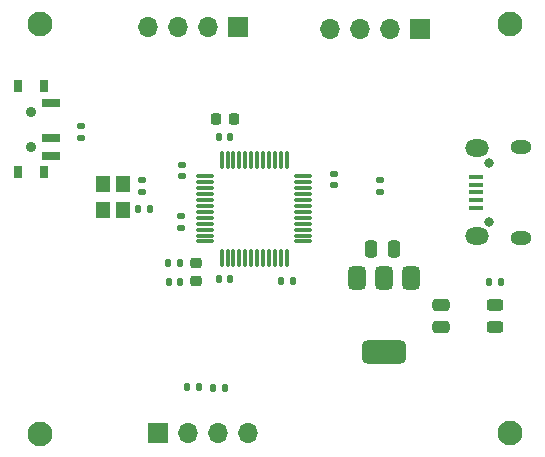
<source format=gbr>
%TF.GenerationSoftware,KiCad,Pcbnew,8.0.8*%
%TF.CreationDate,2025-03-31T20:29:26+08:00*%
%TF.ProjectId,1,312e6b69-6361-4645-9f70-636258585858,rev?*%
%TF.SameCoordinates,Original*%
%TF.FileFunction,Soldermask,Top*%
%TF.FilePolarity,Negative*%
%FSLAX46Y46*%
G04 Gerber Fmt 4.6, Leading zero omitted, Abs format (unit mm)*
G04 Created by KiCad (PCBNEW 8.0.8) date 2025-03-31 20:29:26*
%MOMM*%
%LPD*%
G01*
G04 APERTURE LIST*
G04 Aperture macros list*
%AMRoundRect*
0 Rectangle with rounded corners*
0 $1 Rounding radius*
0 $2 $3 $4 $5 $6 $7 $8 $9 X,Y pos of 4 corners*
0 Add a 4 corners polygon primitive as box body*
4,1,4,$2,$3,$4,$5,$6,$7,$8,$9,$2,$3,0*
0 Add four circle primitives for the rounded corners*
1,1,$1+$1,$2,$3*
1,1,$1+$1,$4,$5*
1,1,$1+$1,$6,$7*
1,1,$1+$1,$8,$9*
0 Add four rect primitives between the rounded corners*
20,1,$1+$1,$2,$3,$4,$5,0*
20,1,$1+$1,$4,$5,$6,$7,0*
20,1,$1+$1,$6,$7,$8,$9,0*
20,1,$1+$1,$8,$9,$2,$3,0*%
G04 Aperture macros list end*
%ADD10R,1.200000X1.400000*%
%ADD11RoundRect,0.225000X-0.225000X-0.250000X0.225000X-0.250000X0.225000X0.250000X-0.225000X0.250000X0*%
%ADD12R,1.700000X1.700000*%
%ADD13O,1.700000X1.700000*%
%ADD14RoundRect,0.075000X-0.662500X-0.075000X0.662500X-0.075000X0.662500X0.075000X-0.662500X0.075000X0*%
%ADD15RoundRect,0.075000X-0.075000X-0.662500X0.075000X-0.662500X0.075000X0.662500X-0.075000X0.662500X0*%
%ADD16RoundRect,0.250000X-0.250000X-0.475000X0.250000X-0.475000X0.250000X0.475000X-0.250000X0.475000X0*%
%ADD17RoundRect,0.250000X0.475000X-0.250000X0.475000X0.250000X-0.475000X0.250000X-0.475000X-0.250000X0*%
%ADD18RoundRect,0.140000X-0.170000X0.140000X-0.170000X-0.140000X0.170000X-0.140000X0.170000X0.140000X0*%
%ADD19RoundRect,0.135000X-0.185000X0.135000X-0.185000X-0.135000X0.185000X-0.135000X0.185000X0.135000X0*%
%ADD20RoundRect,0.135000X0.135000X0.185000X-0.135000X0.185000X-0.135000X-0.185000X0.135000X-0.185000X0*%
%ADD21RoundRect,0.140000X0.170000X-0.140000X0.170000X0.140000X-0.170000X0.140000X-0.170000X-0.140000X0*%
%ADD22RoundRect,0.135000X-0.135000X-0.185000X0.135000X-0.185000X0.135000X0.185000X-0.135000X0.185000X0*%
%ADD23RoundRect,0.218750X0.256250X-0.218750X0.256250X0.218750X-0.256250X0.218750X-0.256250X-0.218750X0*%
%ADD24O,0.800000X0.800000*%
%ADD25R,1.300000X0.450000*%
%ADD26O,1.800000X1.150000*%
%ADD27O,2.000000X1.450000*%
%ADD28C,2.100000*%
%ADD29R,0.800000X1.000000*%
%ADD30C,0.900000*%
%ADD31R,1.500000X0.700000*%
%ADD32RoundRect,0.140000X0.140000X0.170000X-0.140000X0.170000X-0.140000X-0.170000X0.140000X-0.170000X0*%
%ADD33RoundRect,0.140000X-0.140000X-0.170000X0.140000X-0.170000X0.140000X0.170000X-0.140000X0.170000X0*%
%ADD34RoundRect,0.243750X-0.456250X0.243750X-0.456250X-0.243750X0.456250X-0.243750X0.456250X0.243750X0*%
%ADD35RoundRect,0.375000X-0.375000X0.625000X-0.375000X-0.625000X0.375000X-0.625000X0.375000X0.625000X0*%
%ADD36RoundRect,0.500000X-1.400000X0.500000X-1.400000X-0.500000X1.400000X-0.500000X1.400000X0.500000X0*%
%ADD37RoundRect,0.135000X0.185000X-0.135000X0.185000X0.135000X-0.185000X0.135000X-0.185000X-0.135000X0*%
G04 APERTURE END LIST*
D10*
%TO.C,Y1*%
X98050000Y-61200000D03*
X98050000Y-63400000D03*
X99750000Y-63400000D03*
X99750000Y-61200000D03*
%TD*%
D11*
%TO.C,C5*%
X107612500Y-55650000D03*
X109162500Y-55650000D03*
%TD*%
D12*
%TO.C,J4*%
X102700000Y-82300000D03*
D13*
X105240000Y-82300000D03*
X107780000Y-82300000D03*
X110320000Y-82300000D03*
%TD*%
D14*
%TO.C,U1*%
X106700000Y-60550000D03*
X106700000Y-61050000D03*
X106700000Y-61550000D03*
X106700000Y-62050000D03*
X106700000Y-62550000D03*
X106700000Y-63050000D03*
X106700000Y-63550000D03*
X106700000Y-64050000D03*
X106700000Y-64550000D03*
X106700000Y-65050000D03*
X106700000Y-65550000D03*
X106700000Y-66050000D03*
D15*
X108112500Y-67462500D03*
X108612500Y-67462500D03*
X109112500Y-67462500D03*
X109612500Y-67462500D03*
X110112500Y-67462500D03*
X110612500Y-67462500D03*
X111112500Y-67462500D03*
X111612500Y-67462500D03*
X112112500Y-67462500D03*
X112612500Y-67462500D03*
X113112500Y-67462500D03*
X113612500Y-67462500D03*
D14*
X115025000Y-66050000D03*
X115025000Y-65550000D03*
X115025000Y-65050000D03*
X115025000Y-64550000D03*
X115025000Y-64050000D03*
X115025000Y-63550000D03*
X115025000Y-63050000D03*
X115025000Y-62550000D03*
X115025000Y-62050000D03*
X115025000Y-61550000D03*
X115025000Y-61050000D03*
X115025000Y-60550000D03*
D15*
X113612500Y-59137500D03*
X113112500Y-59137500D03*
X112612500Y-59137500D03*
X112112500Y-59137500D03*
X111612500Y-59137500D03*
X111112500Y-59137500D03*
X110612500Y-59137500D03*
X110112500Y-59137500D03*
X109612500Y-59137500D03*
X109112500Y-59137500D03*
X108612500Y-59137500D03*
X108112500Y-59137500D03*
%TD*%
D16*
%TO.C,C12*%
X120800000Y-66650000D03*
X122700000Y-66650000D03*
%TD*%
D17*
%TO.C,C13*%
X126700000Y-73300000D03*
X126700000Y-71400000D03*
%TD*%
D18*
%TO.C,C2*%
X117600000Y-60350000D03*
X117600000Y-61310000D03*
%TD*%
D19*
%TO.C,R2*%
X121550000Y-60840000D03*
X121550000Y-61860000D03*
%TD*%
D20*
%TO.C,R4*%
X106200000Y-78400000D03*
X105180000Y-78400000D03*
%TD*%
D21*
%TO.C,C4*%
X104750000Y-60530000D03*
X104750000Y-59570000D03*
%TD*%
D12*
%TO.C,J3*%
X109490000Y-47900000D03*
D13*
X106950000Y-47900000D03*
X104410000Y-47900000D03*
X101870000Y-47900000D03*
%TD*%
D22*
%TO.C,R3*%
X130740000Y-69450000D03*
X131760000Y-69450000D03*
%TD*%
D23*
%TO.C,FB1*%
X105962500Y-69437500D03*
X105962500Y-67862500D03*
%TD*%
D24*
%TO.C,J1*%
X130750000Y-64400000D03*
X130750000Y-59400000D03*
D25*
X129650000Y-63200000D03*
X129650000Y-62550000D03*
X129650000Y-61900000D03*
X129650000Y-61250000D03*
X129650000Y-60600000D03*
D26*
X133500000Y-65775000D03*
D27*
X129700000Y-65625000D03*
X129700000Y-58175000D03*
D26*
X133500000Y-58025000D03*
%TD*%
D28*
%TO.C,H2*%
X132500000Y-47600000D03*
%TD*%
D21*
%TO.C,C6*%
X104700000Y-64880000D03*
X104700000Y-63920000D03*
%TD*%
D29*
%TO.C,SW1*%
X93060000Y-52900000D03*
X90850000Y-52900000D03*
D30*
X91950000Y-55050000D03*
X91950000Y-58050000D03*
D29*
X93060000Y-60200000D03*
X90850000Y-60200000D03*
D31*
X93710000Y-54300000D03*
X93710000Y-57300000D03*
X93710000Y-58800000D03*
%TD*%
D32*
%TO.C,C7*%
X104572500Y-67850000D03*
X103612500Y-67850000D03*
%TD*%
D28*
%TO.C,H4*%
X132533985Y-82296795D03*
%TD*%
D33*
%TO.C,C9*%
X107902500Y-69250000D03*
X108862500Y-69250000D03*
%TD*%
%TO.C,C1*%
X107902500Y-57250000D03*
X108862500Y-57250000D03*
%TD*%
D34*
%TO.C,D1*%
X131220000Y-71392500D03*
X131220000Y-73267500D03*
%TD*%
D32*
%TO.C,C8*%
X104612500Y-69450000D03*
X103652500Y-69450000D03*
%TD*%
D21*
%TO.C,C10*%
X101400000Y-61850000D03*
X101400000Y-60890000D03*
%TD*%
D12*
%TO.C,J2*%
X124920000Y-48100000D03*
D13*
X122380000Y-48100000D03*
X119840000Y-48100000D03*
X117300000Y-48100000D03*
%TD*%
D35*
%TO.C,U2*%
X124150000Y-69150000D03*
X121850000Y-69150000D03*
D36*
X121850000Y-75450000D03*
D35*
X119550000Y-69150000D03*
%TD*%
D37*
%TO.C,R1*%
X96200000Y-57270000D03*
X96200000Y-56250000D03*
%TD*%
D28*
%TO.C,H1*%
X92703204Y-47633981D03*
%TD*%
%TO.C,H3*%
X92737188Y-82330779D03*
%TD*%
D32*
%TO.C,C3*%
X114130000Y-69400000D03*
X113170000Y-69400000D03*
%TD*%
D22*
%TO.C,R5*%
X107380000Y-78450000D03*
X108400000Y-78450000D03*
%TD*%
D32*
%TO.C,C11*%
X102010000Y-63300000D03*
X101050000Y-63300000D03*
%TD*%
M02*

</source>
